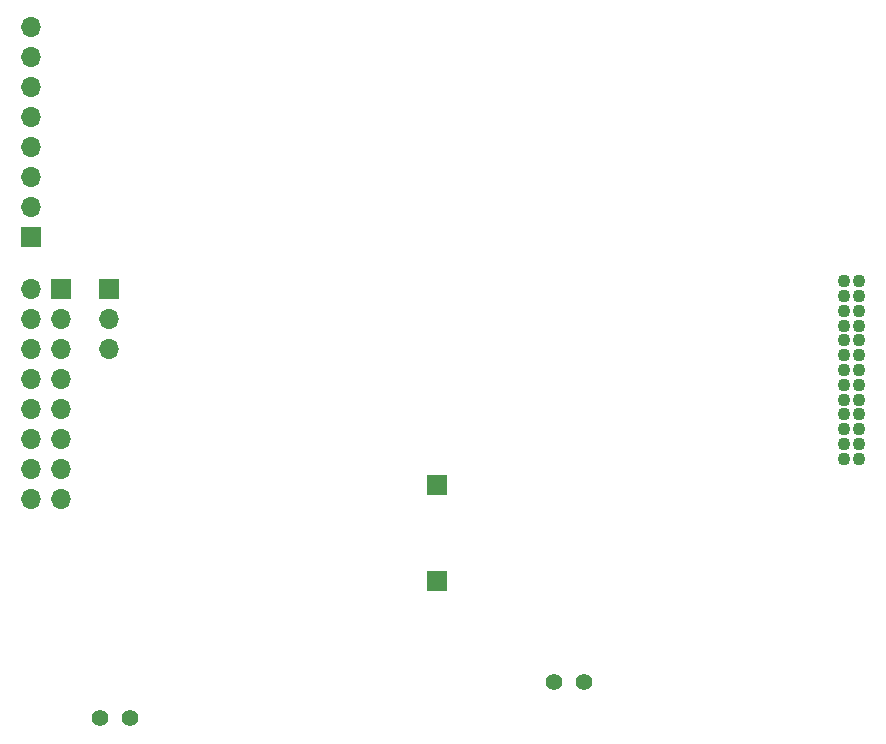
<source format=gbr>
%TF.GenerationSoftware,KiCad,Pcbnew,(5.1.10)-1*%
%TF.CreationDate,2022-12-01T07:03:53-06:00*%
%TF.ProjectId,flight_computer,666c6967-6874-45f6-936f-6d7075746572,A*%
%TF.SameCoordinates,Original*%
%TF.FileFunction,Soldermask,Bot*%
%TF.FilePolarity,Negative*%
%FSLAX46Y46*%
G04 Gerber Fmt 4.6, Leading zero omitted, Abs format (unit mm)*
G04 Created by KiCad (PCBNEW (5.1.10)-1) date 2022-12-01 07:03:53*
%MOMM*%
%LPD*%
G01*
G04 APERTURE LIST*
%ADD10C,1.400000*%
%ADD11R,1.700000X1.700000*%
%ADD12O,1.700000X1.700000*%
%ADD13C,1.100000*%
G04 APERTURE END LIST*
D10*
%TO.C,CLK*%
X125222000Y-133350000D03*
X122682000Y-133350000D03*
%TD*%
%TO.C,CURRENT*%
X161163000Y-130302000D03*
X163703000Y-130302000D03*
%TD*%
D11*
%TO.C,V-*%
X151257000Y-113665000D03*
%TD*%
%TO.C,V+*%
X151257000Y-121793000D03*
%TD*%
D12*
%TO.C,J6*%
X123444000Y-102108000D03*
X123444000Y-99568000D03*
D11*
X123444000Y-97028000D03*
%TD*%
D13*
%TO.C,J2*%
X186987500Y-111386000D03*
X186987500Y-110136000D03*
X186987500Y-108886000D03*
X186987500Y-107636000D03*
X186987500Y-106386000D03*
X186987500Y-105136000D03*
X186987500Y-103886000D03*
X186987500Y-102636000D03*
X186987500Y-101386000D03*
X186987500Y-100136000D03*
X186987500Y-98886000D03*
X186987500Y-97636000D03*
X186987500Y-96386000D03*
X185737500Y-111386000D03*
X185737500Y-110136000D03*
X185737500Y-108886000D03*
X185737500Y-107636000D03*
X185737500Y-106386000D03*
X185737500Y-105136000D03*
X185737500Y-103886000D03*
X185737500Y-102636000D03*
X185737500Y-101386000D03*
X185737500Y-100136000D03*
X185737500Y-98886000D03*
X185737500Y-97636000D03*
X185737500Y-96386000D03*
%TD*%
D12*
%TO.C,J4*%
X116890800Y-114795300D03*
X119430800Y-114795300D03*
X116890800Y-112255300D03*
X119430800Y-112255300D03*
X116890800Y-109715300D03*
X119430800Y-109715300D03*
X116890800Y-107175300D03*
X119430800Y-107175300D03*
X116890800Y-104635300D03*
X119430800Y-104635300D03*
X116890800Y-102095300D03*
X119430800Y-102095300D03*
X116890800Y-99555300D03*
X119430800Y-99555300D03*
X116890800Y-97015300D03*
D11*
X119430800Y-97015300D03*
%TD*%
D12*
%TO.C,J3*%
X116903500Y-74866500D03*
X116903500Y-77406500D03*
X116903500Y-79946500D03*
X116903500Y-82486500D03*
X116903500Y-85026500D03*
X116903500Y-87566500D03*
X116903500Y-90106500D03*
D11*
X116903500Y-92646500D03*
%TD*%
M02*

</source>
